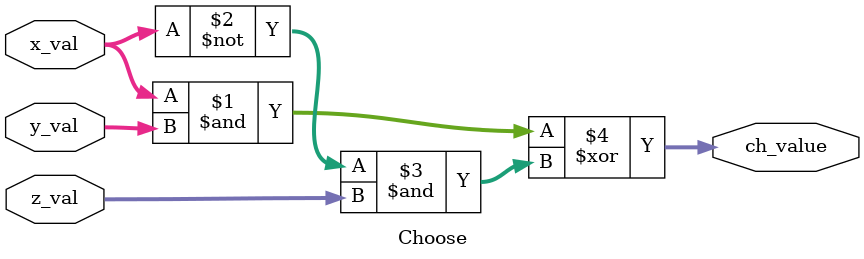
<source format=v>
`timescale 1ns / 1ps

// parameter DATA_WIDTH = 64;
// parameter SMALL_DATA_WIDTH = 32;

module Choose
(
    // Inputs
    input [63 : 0] x_val,
    input [63 : 0] y_val,
    input [63 : 0] z_val,

    // Output
    output [63 : 0] ch_value
);

assign ch_value = (x_val&y_val)^((~x_val)&z_val);

endmodule
</source>
